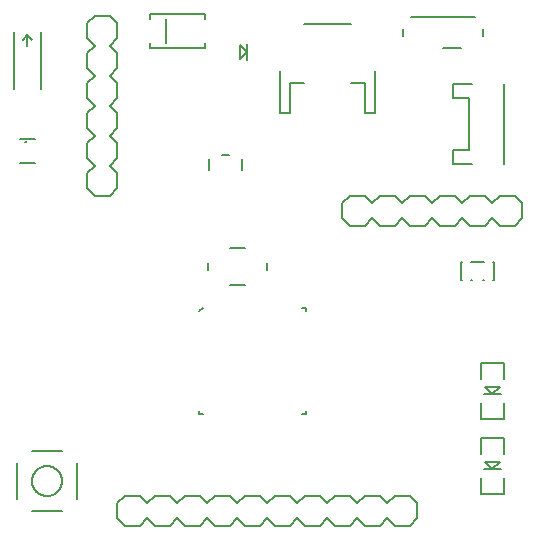
<source format=gto>
G75*
%MOIN*%
%OFA0B0*%
%FSLAX25Y25*%
%IPPOS*%
%LPD*%
%AMOC8*
5,1,8,0,0,1.08239X$1,22.5*
%
%ADD10C,0.00800*%
%ADD11C,0.00500*%
%ADD12C,0.00600*%
D10*
X0017618Y0019801D02*
X0027382Y0019801D01*
X0032500Y0023738D02*
X0032500Y0035864D01*
X0027500Y0039801D02*
X0017618Y0039801D01*
X0012500Y0035864D02*
X0012500Y0023738D01*
X0017500Y0029801D02*
X0017502Y0029942D01*
X0017508Y0030083D01*
X0017518Y0030223D01*
X0017532Y0030363D01*
X0017550Y0030503D01*
X0017571Y0030642D01*
X0017597Y0030781D01*
X0017626Y0030919D01*
X0017660Y0031055D01*
X0017697Y0031191D01*
X0017738Y0031326D01*
X0017783Y0031460D01*
X0017832Y0031592D01*
X0017884Y0031723D01*
X0017940Y0031852D01*
X0018000Y0031979D01*
X0018063Y0032105D01*
X0018129Y0032229D01*
X0018200Y0032352D01*
X0018273Y0032472D01*
X0018350Y0032590D01*
X0018430Y0032706D01*
X0018514Y0032819D01*
X0018600Y0032930D01*
X0018690Y0033039D01*
X0018783Y0033145D01*
X0018878Y0033248D01*
X0018977Y0033349D01*
X0019078Y0033447D01*
X0019182Y0033542D01*
X0019289Y0033634D01*
X0019398Y0033723D01*
X0019510Y0033808D01*
X0019624Y0033891D01*
X0019740Y0033971D01*
X0019859Y0034047D01*
X0019980Y0034119D01*
X0020102Y0034189D01*
X0020227Y0034254D01*
X0020353Y0034317D01*
X0020481Y0034375D01*
X0020611Y0034430D01*
X0020742Y0034482D01*
X0020875Y0034529D01*
X0021009Y0034573D01*
X0021144Y0034614D01*
X0021280Y0034650D01*
X0021417Y0034682D01*
X0021555Y0034711D01*
X0021693Y0034736D01*
X0021833Y0034756D01*
X0021973Y0034773D01*
X0022113Y0034786D01*
X0022254Y0034795D01*
X0022394Y0034800D01*
X0022535Y0034801D01*
X0022676Y0034798D01*
X0022817Y0034791D01*
X0022957Y0034780D01*
X0023097Y0034765D01*
X0023237Y0034746D01*
X0023376Y0034724D01*
X0023514Y0034697D01*
X0023652Y0034667D01*
X0023788Y0034632D01*
X0023924Y0034594D01*
X0024058Y0034552D01*
X0024192Y0034506D01*
X0024324Y0034457D01*
X0024454Y0034403D01*
X0024583Y0034346D01*
X0024710Y0034286D01*
X0024836Y0034222D01*
X0024959Y0034154D01*
X0025081Y0034083D01*
X0025201Y0034009D01*
X0025318Y0033931D01*
X0025433Y0033850D01*
X0025546Y0033766D01*
X0025657Y0033679D01*
X0025765Y0033588D01*
X0025870Y0033495D01*
X0025973Y0033398D01*
X0026073Y0033299D01*
X0026170Y0033197D01*
X0026264Y0033092D01*
X0026355Y0032985D01*
X0026443Y0032875D01*
X0026528Y0032763D01*
X0026610Y0032648D01*
X0026689Y0032531D01*
X0026764Y0032412D01*
X0026836Y0032291D01*
X0026904Y0032168D01*
X0026969Y0032043D01*
X0027031Y0031916D01*
X0027088Y0031787D01*
X0027143Y0031657D01*
X0027193Y0031526D01*
X0027240Y0031393D01*
X0027283Y0031259D01*
X0027322Y0031123D01*
X0027357Y0030987D01*
X0027389Y0030850D01*
X0027416Y0030712D01*
X0027440Y0030573D01*
X0027460Y0030433D01*
X0027476Y0030293D01*
X0027488Y0030153D01*
X0027496Y0030012D01*
X0027500Y0029871D01*
X0027500Y0029731D01*
X0027496Y0029590D01*
X0027488Y0029449D01*
X0027476Y0029309D01*
X0027460Y0029169D01*
X0027440Y0029029D01*
X0027416Y0028890D01*
X0027389Y0028752D01*
X0027357Y0028615D01*
X0027322Y0028479D01*
X0027283Y0028343D01*
X0027240Y0028209D01*
X0027193Y0028076D01*
X0027143Y0027945D01*
X0027088Y0027815D01*
X0027031Y0027686D01*
X0026969Y0027559D01*
X0026904Y0027434D01*
X0026836Y0027311D01*
X0026764Y0027190D01*
X0026689Y0027071D01*
X0026610Y0026954D01*
X0026528Y0026839D01*
X0026443Y0026727D01*
X0026355Y0026617D01*
X0026264Y0026510D01*
X0026170Y0026405D01*
X0026073Y0026303D01*
X0025973Y0026204D01*
X0025870Y0026107D01*
X0025765Y0026014D01*
X0025657Y0025923D01*
X0025546Y0025836D01*
X0025433Y0025752D01*
X0025318Y0025671D01*
X0025201Y0025593D01*
X0025081Y0025519D01*
X0024959Y0025448D01*
X0024836Y0025380D01*
X0024710Y0025316D01*
X0024583Y0025256D01*
X0024454Y0025199D01*
X0024324Y0025145D01*
X0024192Y0025096D01*
X0024058Y0025050D01*
X0023924Y0025008D01*
X0023788Y0024970D01*
X0023652Y0024935D01*
X0023514Y0024905D01*
X0023376Y0024878D01*
X0023237Y0024856D01*
X0023097Y0024837D01*
X0022957Y0024822D01*
X0022817Y0024811D01*
X0022676Y0024804D01*
X0022535Y0024801D01*
X0022394Y0024802D01*
X0022254Y0024807D01*
X0022113Y0024816D01*
X0021973Y0024829D01*
X0021833Y0024846D01*
X0021693Y0024866D01*
X0021555Y0024891D01*
X0021417Y0024920D01*
X0021280Y0024952D01*
X0021144Y0024988D01*
X0021009Y0025029D01*
X0020875Y0025073D01*
X0020742Y0025120D01*
X0020611Y0025172D01*
X0020481Y0025227D01*
X0020353Y0025285D01*
X0020227Y0025348D01*
X0020102Y0025413D01*
X0019980Y0025483D01*
X0019859Y0025555D01*
X0019740Y0025631D01*
X0019624Y0025711D01*
X0019510Y0025794D01*
X0019398Y0025879D01*
X0019289Y0025968D01*
X0019182Y0026060D01*
X0019078Y0026155D01*
X0018977Y0026253D01*
X0018878Y0026354D01*
X0018783Y0026457D01*
X0018690Y0026563D01*
X0018600Y0026672D01*
X0018514Y0026783D01*
X0018430Y0026896D01*
X0018350Y0027012D01*
X0018273Y0027130D01*
X0018200Y0027250D01*
X0018129Y0027373D01*
X0018063Y0027497D01*
X0018000Y0027623D01*
X0017940Y0027750D01*
X0017884Y0027879D01*
X0017832Y0028010D01*
X0017783Y0028142D01*
X0017738Y0028276D01*
X0017697Y0028411D01*
X0017660Y0028547D01*
X0017626Y0028683D01*
X0017597Y0028821D01*
X0017571Y0028960D01*
X0017550Y0029099D01*
X0017532Y0029239D01*
X0017518Y0029379D01*
X0017508Y0029519D01*
X0017502Y0029660D01*
X0017500Y0029801D01*
X0046000Y0022301D02*
X0046000Y0017301D01*
X0048500Y0014801D01*
X0053500Y0014801D01*
X0056000Y0017301D01*
X0058500Y0014801D01*
X0063500Y0014801D01*
X0066000Y0017301D01*
X0068500Y0014801D01*
X0073500Y0014801D01*
X0076000Y0017301D01*
X0078500Y0014801D01*
X0083500Y0014801D01*
X0086000Y0017301D01*
X0088500Y0014801D01*
X0093500Y0014801D01*
X0096000Y0017301D01*
X0098500Y0014801D01*
X0103500Y0014801D01*
X0106000Y0017301D01*
X0108500Y0014801D01*
X0113500Y0014801D01*
X0116000Y0017301D01*
X0118500Y0014801D01*
X0123500Y0014801D01*
X0126000Y0017301D01*
X0128500Y0014801D01*
X0133500Y0014801D01*
X0136000Y0017301D01*
X0138500Y0014801D01*
X0143500Y0014801D01*
X0146000Y0017301D01*
X0146000Y0022301D01*
X0143500Y0024801D01*
X0138500Y0024801D01*
X0136000Y0022301D01*
X0133500Y0024801D01*
X0128500Y0024801D01*
X0126000Y0022301D01*
X0123500Y0024801D01*
X0118500Y0024801D01*
X0116000Y0022301D01*
X0113500Y0024801D01*
X0108500Y0024801D01*
X0106000Y0022301D01*
X0103500Y0024801D01*
X0098500Y0024801D01*
X0096000Y0022301D01*
X0093500Y0024801D01*
X0088500Y0024801D01*
X0086000Y0022301D01*
X0083500Y0024801D01*
X0078500Y0024801D01*
X0076000Y0022301D01*
X0073500Y0024801D01*
X0068500Y0024801D01*
X0066000Y0022301D01*
X0063500Y0024801D01*
X0058500Y0024801D01*
X0056000Y0022301D01*
X0053500Y0024801D01*
X0048500Y0024801D01*
X0046000Y0022301D01*
X0073283Y0052084D02*
X0074465Y0052084D01*
X0073283Y0052084D02*
X0073283Y0053266D01*
X0107535Y0052084D02*
X0108717Y0052084D01*
X0108717Y0053266D01*
X0108717Y0086336D02*
X0108717Y0087518D01*
X0107535Y0087518D01*
X0095843Y0100120D02*
X0095843Y0102482D01*
X0088362Y0107600D02*
X0083638Y0107600D01*
X0076157Y0102482D02*
X0076157Y0100120D01*
X0083638Y0095002D02*
X0088362Y0095002D01*
X0074465Y0087518D02*
X0073283Y0086336D01*
X0043500Y0124801D02*
X0038500Y0124801D01*
X0036000Y0127301D01*
X0036000Y0132301D01*
X0038500Y0134801D01*
X0036000Y0137301D01*
X0036000Y0142301D01*
X0038500Y0144801D01*
X0036000Y0147301D01*
X0036000Y0152301D01*
X0038500Y0154801D01*
X0036000Y0157301D01*
X0036000Y0162301D01*
X0038500Y0164801D01*
X0036000Y0167301D01*
X0036000Y0172301D01*
X0038500Y0174801D01*
X0036000Y0177301D01*
X0036000Y0182301D01*
X0038500Y0184801D01*
X0043500Y0184801D01*
X0046000Y0182301D01*
X0046000Y0177301D01*
X0043500Y0174801D01*
X0046000Y0172301D01*
X0046000Y0167301D01*
X0043500Y0164801D01*
X0046000Y0162301D01*
X0046000Y0157301D01*
X0043500Y0154801D01*
X0046000Y0152301D01*
X0046000Y0147301D01*
X0043500Y0144801D01*
X0046000Y0142301D01*
X0046000Y0137301D01*
X0043500Y0134801D01*
X0046000Y0132301D01*
X0046000Y0127301D01*
X0043500Y0124801D01*
X0076400Y0133610D02*
X0076400Y0136992D01*
X0080943Y0138492D02*
X0083057Y0138492D01*
X0087600Y0136992D02*
X0087600Y0133610D01*
X0100252Y0152584D02*
X0103402Y0152584D01*
X0103402Y0162427D01*
X0108126Y0162427D01*
X0100252Y0166364D02*
X0100252Y0152584D01*
X0089181Y0170045D02*
X0089181Y0172801D01*
X0086819Y0170439D01*
X0086819Y0175163D01*
X0089181Y0172801D01*
X0089181Y0175557D01*
X0075055Y0175864D02*
X0075055Y0174092D01*
X0056945Y0174092D01*
X0056945Y0175864D01*
X0062063Y0175864D02*
X0062063Y0183738D01*
X0056945Y0183738D02*
X0056945Y0185510D01*
X0075055Y0185510D01*
X0075055Y0183738D01*
X0108126Y0182112D02*
X0123874Y0182112D01*
X0141311Y0180482D02*
X0141311Y0178120D01*
X0143870Y0184419D02*
X0165130Y0184419D01*
X0167689Y0180482D02*
X0167689Y0178120D01*
X0160406Y0174183D02*
X0154500Y0174183D01*
X0157780Y0162187D02*
X0164079Y0162187D01*
X0163291Y0157462D02*
X0157780Y0157462D01*
X0157780Y0162187D01*
X0163291Y0157462D02*
X0163291Y0140140D01*
X0157780Y0140140D01*
X0157780Y0135415D01*
X0164079Y0135415D01*
X0174709Y0135415D02*
X0174709Y0162187D01*
X0173500Y0124801D02*
X0178500Y0124801D01*
X0181000Y0122301D01*
X0181000Y0117301D01*
X0178500Y0114801D01*
X0173500Y0114801D01*
X0171000Y0117301D01*
X0168500Y0114801D01*
X0163500Y0114801D01*
X0161000Y0117301D01*
X0158500Y0114801D01*
X0153500Y0114801D01*
X0151000Y0117301D01*
X0148500Y0114801D01*
X0143500Y0114801D01*
X0141000Y0117301D01*
X0138500Y0114801D01*
X0133500Y0114801D01*
X0131000Y0117301D01*
X0128500Y0114801D01*
X0123500Y0114801D01*
X0121000Y0117301D01*
X0121000Y0122301D01*
X0123500Y0124801D01*
X0128500Y0124801D01*
X0131000Y0122301D01*
X0133500Y0124801D01*
X0138500Y0124801D01*
X0141000Y0122301D01*
X0143500Y0124801D01*
X0148500Y0124801D01*
X0151000Y0122301D01*
X0153500Y0124801D01*
X0158500Y0124801D01*
X0161000Y0122301D01*
X0163500Y0124801D01*
X0168500Y0124801D01*
X0171000Y0122301D01*
X0173500Y0124801D01*
X0131748Y0152584D02*
X0131748Y0166364D01*
X0128598Y0162427D02*
X0128598Y0152584D01*
X0131748Y0152584D01*
X0128598Y0162427D02*
X0123874Y0162427D01*
X0167063Y0069250D02*
X0167063Y0063738D01*
X0168638Y0060982D02*
X0171000Y0058620D01*
X0173362Y0060982D01*
X0168638Y0060982D01*
X0168244Y0058620D02*
X0171000Y0058620D01*
X0173756Y0058620D01*
X0174937Y0055864D02*
X0174937Y0050352D01*
X0167063Y0050352D01*
X0167063Y0055864D01*
X0174937Y0063738D02*
X0174937Y0069250D01*
X0167063Y0069250D01*
X0167063Y0044250D02*
X0167063Y0038738D01*
X0168638Y0035982D02*
X0171000Y0033620D01*
X0173362Y0035982D01*
X0168638Y0035982D01*
X0168244Y0033620D02*
X0171000Y0033620D01*
X0173756Y0033620D01*
X0174937Y0030864D02*
X0174937Y0025352D01*
X0167063Y0025352D01*
X0167063Y0030864D01*
X0174937Y0038738D02*
X0174937Y0044250D01*
X0167063Y0044250D01*
X0020500Y0160301D02*
X0020500Y0179301D01*
X0017500Y0176801D02*
X0016000Y0178301D01*
X0014500Y0176801D01*
X0016000Y0178301D02*
X0016000Y0174801D01*
X0011500Y0179301D02*
X0011500Y0160301D01*
D11*
X0013539Y0143738D02*
X0018461Y0143738D01*
X0015312Y0142793D02*
X0015314Y0142819D01*
X0015320Y0142845D01*
X0015329Y0142869D01*
X0015343Y0142892D01*
X0015359Y0142913D01*
X0015378Y0142931D01*
X0015400Y0142945D01*
X0015424Y0142957D01*
X0015449Y0142965D01*
X0015475Y0142969D01*
X0015501Y0142969D01*
X0015527Y0142965D01*
X0015552Y0142957D01*
X0015576Y0142945D01*
X0015598Y0142931D01*
X0015617Y0142913D01*
X0015633Y0142892D01*
X0015647Y0142869D01*
X0015656Y0142845D01*
X0015662Y0142819D01*
X0015664Y0142793D01*
X0015662Y0142767D01*
X0015656Y0142741D01*
X0015647Y0142717D01*
X0015633Y0142694D01*
X0015617Y0142673D01*
X0015598Y0142655D01*
X0015576Y0142641D01*
X0015552Y0142629D01*
X0015527Y0142621D01*
X0015501Y0142617D01*
X0015475Y0142617D01*
X0015449Y0142621D01*
X0015424Y0142629D01*
X0015400Y0142641D01*
X0015378Y0142655D01*
X0015359Y0142673D01*
X0015343Y0142694D01*
X0015329Y0142717D01*
X0015320Y0142741D01*
X0015314Y0142767D01*
X0015312Y0142793D01*
X0013539Y0135864D02*
X0018461Y0135864D01*
D12*
X0160402Y0102892D02*
X0160402Y0096710D01*
X0160772Y0096710D01*
X0163945Y0096710D02*
X0164315Y0096710D01*
X0167685Y0096710D02*
X0168055Y0096710D01*
X0171228Y0096710D02*
X0171598Y0096710D01*
X0171598Y0102892D01*
X0171228Y0102892D01*
X0168055Y0102892D02*
X0163945Y0102892D01*
X0160772Y0102892D02*
X0160402Y0102892D01*
M02*

</source>
